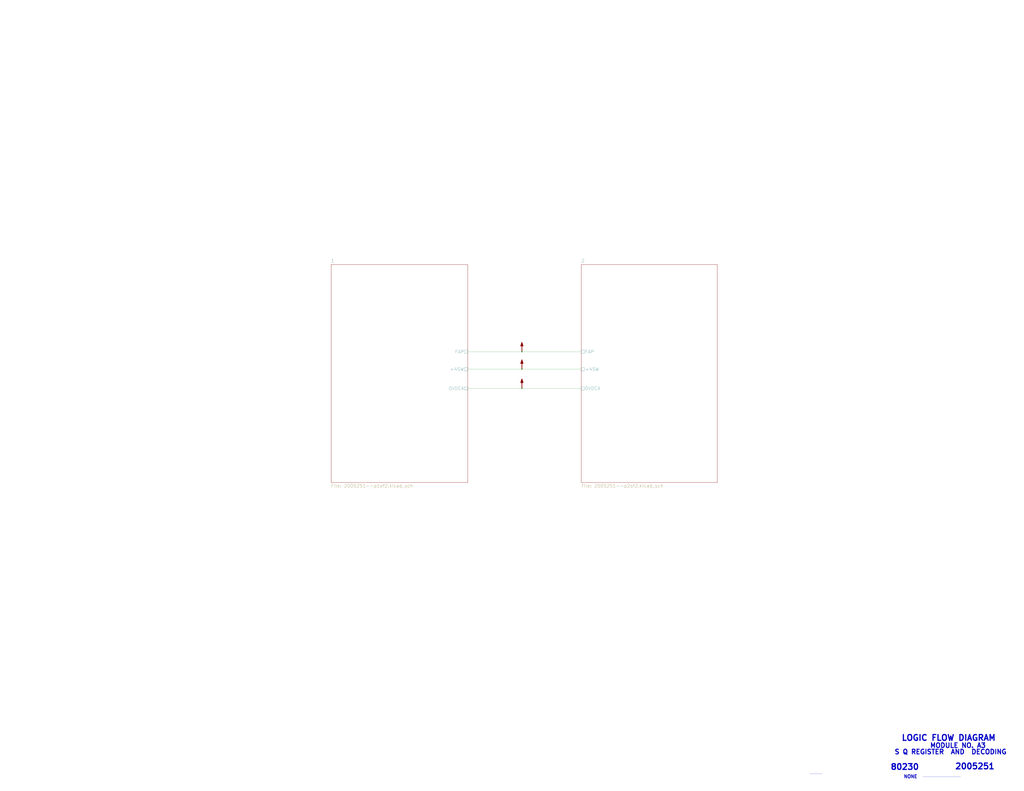
<source format=kicad_sch>
(kicad_sch (version 20211123) (generator eeschema)
  (paper "E")
  (lib_symbols
    (symbol "AGC_DSKY:PWR_FLAG" (power) (pin_numbers hide) (pin_names (offset 0) hide)
      (symbol "PWR_FLAG_0_0"
        (pin power_out line (at 0 0 90) (length 0) (name "pwr") (number "1"))
      )
      (symbol "PWR_FLAG_0_1"
        (polyline (pts (xy 0 0) (xy 0 10.16)) (stroke (width 0.762)))
        (polyline (pts (xy 0 10.16) (xy -1.27 6.35) (xy 1.27 6.35) (xy 0 10.16)) (stroke (width 0.762)) (fill (type outline)))
      )
    )
  )
  (junction (at 569.595 384.175))
  (junction (at 569.595 403.225))
  (junction (at 569.595 424.18))
  (polyline (pts (xy 883.92 845.185) (xy 897.255 845.185)) (stroke (width 0) (type solid)))
  (wire (pts (xy 634.365 403.225) (xy 569.595 403.225)))
  (wire (pts (xy 634.365 424.18) (xy 569.595 424.18)))
  (wire (pts (xy 510.54 384.175) (xy 569.595 384.175)))
  (wire (pts (xy 569.595 384.175) (xy 634.365 384.175)))
  (polyline (pts (xy 1007.11 848.36) (xy 1048.385 848.36)) (stroke (width 0) (type solid)))
  (wire (pts (xy 510.54 424.18) (xy 569.595 424.18)))
  (wire (pts (xy 569.595 403.225) (xy 510.54 403.225)))
  (text "S Q REGISTER  AND  DECODING" (at 975.995 824.23 0) (effects (font (size 5.08 5.08) (thickness 1.016) bold) (justify left bottom)))
  (text "80230" (at 971.55 841.375 0) (effects (font (size 6.35 6.35) (thickness 1.27) bold) (justify left bottom)))
  (text "2005251" (at 1042.035 840.74 0) (effects (font (size 6.35 6.35) (thickness 1.27) bold) (justify left bottom)))
  (text "NONE" (at 986.155 850.265 0) (effects (font (size 3.556 3.556) (thickness 0.7112) bold) (justify left bottom)))
  (text "MODULE NO. A3" (at 1014.73 817.245 0) (effects (font (size 5.08 5.08) (thickness 1.016) bold) (justify left bottom)))
  (text "LOGIC FLOW DIAGRAM" (at 983.615 809.625 0) (effects (font (size 6.35 6.35) (thickness 1.27) bold) (justify left bottom)))
  (symbol (lib_id "AGC_DSKY:PWR_FLAG") (at 569.595 424.18 0) (unit 1)
    (property "Reference" "#FLG0101" (effects hide))
    (property "Value" "PWR_FLAG" (effects hide))
  )
  (symbol (lib_id "AGC_DSKY:PWR_FLAG") (at 569.595 403.225 0) (unit 1)
    (property "Reference" "#FLG0102" (effects hide))
    (property "Value" "PWR_FLAG" (effects hide))
  )
  (symbol (lib_id "AGC_DSKY:PWR_FLAG") (at 569.595 384.175 0) (unit 1)
    (property "Reference" "#FLG0103" (effects hide))
    (property "Value" "PWR_FLAG" (effects hide))
  )
  (sheet (at 361.315 288.925) (size 149.225 238.125)
    (property "Sheet name" "1" (at 361.315 287.0704 0) (effects (font (size 3.556 3.556)) (justify left bottom)))
    (property "Sheet file" "2005251--p1of2.kicad_sch" (at 361.315 528.549 0) (effects (font (size 3.556 3.556)) (justify left top)))
    (pin "+4SW" passive (at 510.54 403.225 0) (effects (font (size 3.556 3.556))))
    (pin "0VDCA" passive (at 510.54 424.18 0) (effects (font (size 3.556 3.556))))
    (pin "FAP" passive (at 510.54 384.175 0) (effects (font (size 3.556 3.556))))
  )
  (sheet (at 634.365 288.925) (size 148.59 238.125)
    (property "Sheet name" "2" (at 634.365 287.0704 0) (effects (font (size 3.556 3.556)) (justify left bottom)))
    (property "Sheet file" "2005251--p2of2.kicad_sch" (at 634.365 528.549 0) (effects (font (size 3.556 3.556)) (justify left top)))
    (pin "FAP" passive (at 634.365 384.175 180) (effects (font (size 3.556 3.556))))
    (pin "0VDCA" passive (at 634.365 424.18 180) (effects (font (size 3.556 3.556))))
    (pin "+4SW" passive (at 634.365 403.225 180) (effects (font (size 3.556 3.556))))
  )
)
</source>
